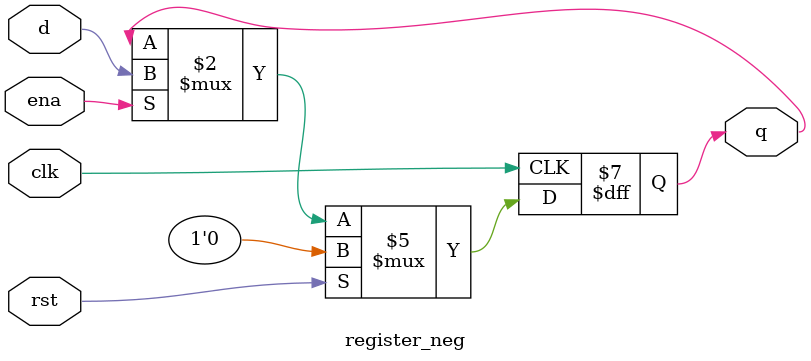
<source format=sv>
`timescale 1ns/1ps
`default_nettype none

/*
A synchronous register (batch of flip flops) with rst > ena.
*/

module register_neg(clk, ena, rst, d, q);
parameter N = 1;
parameter RESET = 0; // Value to reset to.

input wire clk, ena, rst;
input wire [N-1:0] d;
output logic [N-1:0] q;

always_ff @(negedge clk) begin
  if (rst) begin
    q <= RESET;
  end
  else begin
    if (ena) begin
      q <= d;
    end
  end
end

endmodule

</source>
